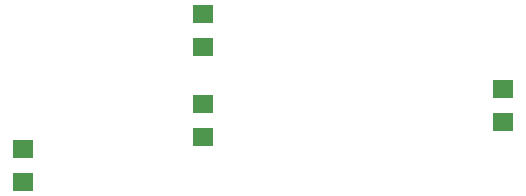
<source format=gtp>
G75*
G70*
%OFA0B0*%
%FSLAX24Y24*%
%IPPOS*%
%LPD*%
%AMOC8*
5,1,8,0,0,1.08239X$1,22.5*
%
%ADD10R,0.0709X0.0630*%
D10*
X003100Y004199D03*
X003100Y005301D03*
X009100Y005699D03*
X009100Y006801D03*
X009100Y008699D03*
X009100Y009801D03*
X019100Y007301D03*
X019100Y006199D03*
M02*

</source>
